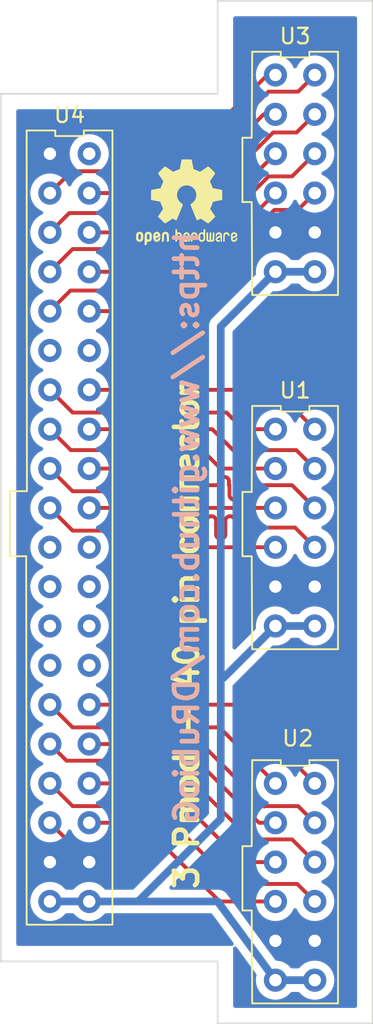
<source format=kicad_pcb>
(kicad_pcb (version 20211014) (generator pcbnew)
  (layers (0 "F.Cu" signal) (31 "B.Cu" power) (34 "B.Paste" user) (35 "F.Paste" user) (36 "B.SilkS" user "B.Silkscreen") (37 "F.SilkS" user "F.Silkscreen") (38 "B.Mask" user) (39 "F.Mask" user) (44 "Edge.Cuts" user))
  (net 0 "")
  (net 1 "/Pmod1_0")
  (net 2 "/Pmod1_2")
  (net 3 "/Pmod1_4")
  (net 4 "/Pmod1_6")
  (net 5 "/Pmod1_7")
  (net 6 "/Pmod1_5")
  (net 7 "/Pmod1_3")
  (net 8 "/Pmod1_1")
  (net 9 "/Pmod2_0")
  (net 10 "/Pmod2_2")
  (net 11 "/Pmod2_4")
  (net 12 "/Pmod2_6")
  (net 13 "/Pmod2_7")
  (net 14 "/Pmod2_5")
  (net 15 "/Pmod2_3")
  (net 16 "/Pmod2_1")
  (net 17 "/Pmod3_0")
  (net 18 "/Pmod3_2")
  (net 19 "GND")
  (net 21 "/Pmod3_4")
  (net 22 "/Pmod3_6")
  (net 23 "/Pmod3_7")
  (net 24 "/Pmod3_5")
  (net 25 "/Pmod3_3")
  (net 26 "/Pmod3_1")
  (net 34 "unconnected-(U4-Pad26)")
  (net 37 "+3V3")
  (footprint "Pmod:DIP-12_100" (layer "F.Cu") (at 130 86 -90)
    (fp_text reference "U1" (at -8.85 0) (layer "F.SilkS"))
    (fp_text value "Pmod_connector" hide)
    (pad "1" thru_hole circle (at -6.35 1.27 270) (size 1.5 1.5) (drill 0.8) (layers *.Cu *.Mask) (net 12 "/Pmod2_6"))
    (pad "2" thru_hole circle (at -3.81 1.27 270) (size 1.5 1.5) (drill 0.8) (layers *.Cu *.Mask) (net 11 "/Pmod2_4"))
    (pad "3" thru_hole circle (at -1.27 1.27 270) (size 1.5 1.5) (drill 0.8) (layers *.Cu *.Mask) (net 10 "/Pmod2_2"))
    (pad "4" thru_hole circle (at 1.27 1.27 270) (size 1.5 1.5) (drill 0.8) (layers *.Cu *.Mask) (net 9 "/Pmod2_0"))
    (pad "5" thru_hole circle (at 3.81 1.27 270) (size 1.5 1.5) (drill 0.8) (layers *.Cu *.Mask) (net 19 "GND"))
    (pad "6" thru_hole circle (at 6.35 1.27 270) (size 1.5 1.5) (drill 0.8) (layers *.Cu *.Mask) (net 37 "+3V3"))
    (pad "7" thru_hole circle (at 6.35 -1.27 270) (size 1.5 1.5) (drill 0.8) (layers *.Cu *.Mask) (net 37 "+3V3"))
    (pad "8" thru_hole circle (at 3.81 -1.27 270) (size 1.5 1.5) (drill 0.8) (layers *.Cu *.Mask) (net 19 "GND"))
    (pad "9" thru_hole circle (at 1.27 -1.27 270) (size 1.5 1.5) (drill 0.8) (layers *.Cu *.Mask) (net 16 "/Pmod2_1"))
    (pad "10" thru_hole circle (at -1.27 -1.27 270) (size 1.5 1.5) (drill 0.8) (layers *.Cu *.Mask) (net 15 "/Pmod2_3"))
    (pad "11" thru_hole circle (at -3.81 -1.27 270) (size 1.5 1.5) (drill 0.8) (layers *.Cu *.Mask) (net 14 "/Pmod2_5"))
    (pad "12" thru_hole circle (at -6.35 -1.27 270) (size 1.5 1.5) (drill 0.8) (layers *.Cu *.Mask) (net 13 "/Pmod2_7"))
  )
  (footprint "Pmod:DIP-12_100" (layer "F.Cu") (at 130 108.86 -90)
    (fp_text reference "U2" (at -9.25 -0.17) (layer "F.SilkS"))
    (fp_text value "Pmod_connector" hide)
    (pad "1" thru_hole circle (at -6.35 1.27 270) (size 1.5 1.5) (drill 0.8) (layers *.Cu *.Mask) (net 22 "/Pmod3_6"))
    (pad "2" thru_hole circle (at -3.81 1.27 270) (size 1.5 1.5) (drill 0.8) (layers *.Cu *.Mask) (net 21 "/Pmod3_4"))
    (pad "3" thru_hole circle (at -1.27 1.27 270) (size 1.5 1.5) (drill 0.8) (layers *.Cu *.Mask) (net 18 "/Pmod3_2"))
    (pad "4" thru_hole circle (at 1.27 1.27 270) (size 1.5 1.5) (drill 0.8) (layers *.Cu *.Mask) (net 17 "/Pmod3_0"))
    (pad "5" thru_hole circle (at 3.81 1.27 270) (size 1.5 1.5) (drill 0.8) (layers *.Cu *.Mask) (net 19 "GND"))
    (pad "6" thru_hole circle (at 6.35 1.27 270) (size 1.5 1.5) (drill 0.8) (layers *.Cu *.Mask) (net 37 "+3V3"))
    (pad "7" thru_hole circle (at 6.35 -1.27 270) (size 1.5 1.5) (drill 0.8) (layers *.Cu *.Mask) (net 37 "+3V3"))
    (pad "8" thru_hole circle (at 3.81 -1.27 270) (size 1.5 1.5) (drill 0.8) (layers *.Cu *.Mask) (net 19 "GND"))
    (pad "9" thru_hole circle (at 1.27 -1.27 270) (size 1.5 1.5) (drill 0.8) (layers *.Cu *.Mask) (net 26 "/Pmod3_1"))
    (pad "10" thru_hole circle (at -1.27 -1.27 270) (size 1.5 1.5) (drill 0.8) (layers *.Cu *.Mask) (net 25 "/Pmod3_3"))
    (pad "11" thru_hole circle (at -3.81 -1.27 270) (size 1.5 1.5) (drill 0.8) (layers *.Cu *.Mask) (net 24 "/Pmod3_5"))
    (pad "12" thru_hole circle (at -6.35 -1.27 270) (size 1.5 1.5) (drill 0.8) (layers *.Cu *.Mask) (net 23 "/Pmod3_7"))
  )
  (footprint "Alinx:DIP-40_100" (layer "F.Cu") (at 115.44 86 -90)
    (fp_text reference "U4" (at -26.63 0) (layer "F.SilkS"))
    (fp_text value "Alinx_J15" hide)
    (pad "1" thru_hole rect (at -24.13 1.27 270) (size 1.5 1.5) (drill 0.8) (layers *.Cu *.Mask) (net 19 "GND"))
    (pad "2" thru_hole circle (at -24.13 -1.27 270) (size 1.5 1.5) (drill 0.8) (layers *.Cu *.Mask))
    (pad "3" thru_hole circle (at -21.59 1.27 270) (size 1.5 1.5) (drill 0.8) (layers *.Cu *.Mask) (net 4 "/Pmod1_6"))
    (pad "4" thru_hole circle (at -21.59 -1.27 270) (size 1.5 1.5) (drill 0.8) (layers *.Cu *.Mask) (net 5 "/Pmod1_7"))
    (pad "5" thru_hole circle (at -19.05 1.27 270) (size 1.5 1.5) (drill 0.8) (layers *.Cu *.Mask) (net 3 "/Pmod1_4"))
    (pad "6" thru_hole circle (at -19.05 -1.27 270) (size 1.5 1.5) (drill 0.8) (layers *.Cu *.Mask) (net 6 "/Pmod1_5"))
    (pad "7" thru_hole circle (at -16.51 1.27 270) (size 1.5 1.5) (drill 0.8) (layers *.Cu *.Mask) (net 2 "/Pmod1_2"))
    (pad "8" thru_hole circle (at -16.51 -1.27 270) (size 1.5 1.5) (drill 0.8) (layers *.Cu *.Mask) (net 7 "/Pmod1_3"))
    (pad "9" thru_hole circle (at -13.97 1.27 270) (size 1.5 1.5) (drill 0.8) (layers *.Cu *.Mask) (net 1 "/Pmod1_0"))
    (pad "10" thru_hole circle (at -13.97 -1.27 270) (size 1.5 1.5) (drill 0.8) (layers *.Cu *.Mask) (net 8 "/Pmod1_1"))
    (pad "11" thru_hole circle (at -11.43 1.27 270) (size 1.5 1.5) (drill 0.8) (layers *.Cu *.Mask))
    (pad "12" thru_hole circle (at -11.43 -1.27 270) (size 1.5 1.5) (drill 0.8) (layers *.Cu *.Mask))
    (pad "13" thru_hole circle (at -8.89 1.27 270) (size 1.5 1.5) (drill 0.8) (layers *.Cu *.Mask) (net 12 "/Pmod2_6"))
    (pad "14" thru_hole circle (at -8.89 -1.27 270) (size 1.5 1.5) (drill 0.8) (layers *.Cu *.Mask) (net 13 "/Pmod2_7"))
    (pad "15" thru_hole circle (at -6.35 1.27 270) (size 1.5 1.5) (drill 0.8) (layers *.Cu *.Mask) (net 11 "/Pmod2_4"))
    (pad "16" thru_hole circle (at -6.35 -1.27 270) (size 1.5 1.5) (drill 0.8) (layers *.Cu *.Mask) (net 14 "/Pmod2_5"))
    (pad "17" thru_hole circle (at -3.81 1.27 270) (size 1.5 1.5) (drill 0.8) (layers *.Cu *.Mask) (net 10 "/Pmod2_2"))
    (pad "18" thru_hole circle (at -3.81 -1.27 270) (size 1.5 1.5) (drill 0.8) (layers *.Cu *.Mask) (net 15 "/Pmod2_3"))
    (pad "19" thru_hole circle (at -1.27 1.27 270) (size 1.5 1.5) (drill 0.8) (layers *.Cu *.Mask) (net 9 "/Pmod2_0"))
    (pad "20" thru_hole circle (at -1.27 -1.27 270) (size 1.5 1.5) (drill 0.8) (layers *.Cu *.Mask) (net 16 "/Pmod2_1"))
    (pad "21" thru_hole circle (at 1.27 1.27 270) (size 1.5 1.5) (drill 0.8) (layers *.Cu *.Mask))
    (pad "22" thru_hole circle (at 1.27 -1.27 270) (size 1.5 1.5) (drill 0.8) (layers *.Cu *.Mask))
    (pad "23" thru_hole circle (at 3.81 1.27 270) (size 1.5 1.5) (drill 0.8) (layers *.Cu *.Mask))
    (pad "24" thru_hole circle (at 3.81 -1.27 270) (size 1.5 1.5) (drill 0.8) (layers *.Cu *.Mask))
    (pad "25" thru_hole circle (at 6.35 1.27 270) (size 1.5 1.5) (drill 0.8) (layers *.Cu *.Mask))
    (pad "26" thru_hole circle (at 6.35 -1.27 270) (size 1.5 1.5) (drill 0.8) (layers *.Cu *.Mask) (net 34 "unconnected-(U4-Pad26)"))
    (pad "27" thru_hole circle (at 8.89 1.27 270) (size 1.5 1.5) (drill 0.8) (layers *.Cu *.Mask))
    (pad "28" thru_hole circle (at 8.89 -1.27 270) (size 1.5 1.5) (drill 0.8) (layers *.Cu *.Mask))
    (pad "29" thru_hole circle (at 11.43 1.27 270) (size 1.5 1.5) (drill 0.8) (layers *.Cu *.Mask) (net 22 "/Pmod3_6"))
    (pad "30" thru_hole circle (at 11.43 -1.27 270) (size 1.5 1.5) (drill 0.8) (layers *.Cu *.Mask) (net 23 "/Pmod3_7"))
    (pad "31" thru_hole circle (at 13.97 1.27 270) (size 1.5 1.5) (drill 0.8) (layers *.Cu *.Mask) (net 21 "/Pmod3_4"))
    (pad "32" thru_hole circle (at 13.97 -1.27 270) (size 1.5 1.5) (drill 0.8) (layers *.Cu *.Mask) (net 24 "/Pmod3_5"))
    (pad "33" thru_hole circle (at 16.51 1.27 270) (size 1.5 1.5) (drill 0.8) (layers *.Cu *.Mask) (net 18 "/Pmod3_2"))
    (pad "34" thru_hole circle (at 16.51 -1.27 270) (size 1.5 1.5) (drill 0.8) (layers *.Cu *.Mask) (net 25 "/Pmod3_3"))
    (pad "35" thru_hole circle (at 19.05 1.27 270) (size 1.5 1.5) (drill 0.8) (layers *.Cu *.Mask) (net 17 "/Pmod3_0"))
    (pad "36" thru_hole circle (at 19.05 -1.27 270) (size 1.5 1.5) (drill 0.8) (layers *.Cu *.Mask) (net 26 "/Pmod3_1"))
    (pad "37" thru_hole circle (at 21.59 1.27 270) (size 1.5 1.5) (drill 0.8) (layers *.Cu *.Mask) (net 19 "GND"))
    (pad "38" thru_hole circle (at 21.59 -1.27 270) (size 1.5 1.5) (drill 0.8) (layers *.Cu *.Mask) (net 19 "GND"))
    (pad "39" thru_hole circle (at 24.13 1.27 270) (size 1.5 1.5) (drill 0.8) (layers *.Cu *.Mask) (net 37 "+3V3"))
    (pad "40" thru_hole circle (at 24.13 -1.27 270) (size 1.5 1.5) (drill 0.8) (layers *.Cu *.Mask) (net 37 "+3V3"))
  )
  (footprint "Pmod:DIP-12_100" (layer "F.Cu") (at 130 63.14 -90)
    (fp_text reference "U3" (at -8.85 0) (layer "F.SilkS"))
    (fp_text value "Pmod_connector")
    (pad "1" thru_hole circle (at -6.35 1.27 270) (size 1.5 1.5) (drill 0.8) (layers *.Cu *.Mask) (net 4 "/Pmod1_6"))
    (pad "2" thru_hole circle (at -3.81 1.27 270) (size 1.5 1.5) (drill 0.8) (layers *.Cu *.Mask) (net 3 "/Pmod1_4"))
    (pad "3" thru_hole circle (at -1.27 1.27 270) (size 1.5 1.5) (drill 0.8) (layers *.Cu *.Mask) (net 2 "/Pmod1_2"))
    (pad "4" thru_hole circle (at 1.27 1.27 270) (size 1.5 1.5) (drill 0.8) (layers *.Cu *.Mask) (net 1 "/Pmod1_0"))
    (pad "5" thru_hole circle (at 3.81 1.27 270) (size 1.5 1.5) (drill 0.8) (layers *.Cu *.Mask) (net 19 "GND"))
    (pad "6" thru_hole circle (at 6.35 1.27 270) (size 1.5 1.5) (drill 0.8) (layers *.Cu *.Mask) (net 37 "+3V3"))
    (pad "7" thru_hole circle (at 6.35 -1.27 270) (size 1.5 1.5) (drill 0.8) (layers *.Cu *.Mask) (net 37 "+3V3"))
    (pad "8" thru_hole circle (at 3.81 -1.27 270) (size 1.5 1.5) (drill 0.8) (layers *.Cu *.Mask) (net 19 "GND"))
    (pad "9" thru_hole circle (at 1.27 -1.27 270) (size 1.5 1.5) (drill 0.8) (layers *.Cu *.Mask) (net 8 "/Pmod1_1"))
    (pad "10" thru_hole circle (at -1.27 -1.27 270) (size 1.5 1.5) (drill 0.8) (layers *.Cu *.Mask) (net 7 "/Pmod1_3"))
    (pad "11" thru_hole circle (at -3.81 -1.27 270) (size 1.5 1.5) (drill 0.8) (layers *.Cu *.Mask) (net 6 "/Pmod1_5"))
    (pad "12" thru_hole circle (at -6.35 -1.27 270) (size 1.5 1.5) (drill 0.8) (layers *.Cu *.Mask) (net 5 "/Pmod1_7"))
  )
  (footprint "Symbol:OSHW-Logo2_7.3x6mm_SilkScreen" (layer "F.Cu") (at 123 65)
    (fp_text reference "REF**" hide)
    (fp_text value "OSHW-Logo2_7.3x6mm_SilkScreen" hide)
  )
  (gr_line (start 135 52) (end 135 118) (layer "Edge.Cuts") (width 0.1))
  (gr_line (start 125 114) (end 111 114) (layer "Edge.Cuts") (width 0.1))
  (gr_line (start 111 114) (end 111 58) (layer "Edge.Cuts") (width 0.1))
  (gr_line (start 135 118) (end 125 118) (layer "Edge.Cuts") (width 0.1))
  (gr_line (start 125 52) (end 135 52) (layer "Edge.Cuts") (width 0.1))
  (gr_line (start 111 58) (end 125 58) (layer "Edge.Cuts") (width 0.1))
  (gr_line (start 125 58) (end 125 52) (layer "Edge.Cuts") (width 0.1))
  (gr_line (start 125 118) (end 125 114) (layer "Edge.Cuts") (width 0.1))
  (gr_text "https://www.github.com/DRubioG" (at 123 86 90) (layer "B.SilkS") (effects (font (size 1.5 1.5) (thickness 0.3)) (justify mirror)))
  (gr_text "3 Pmod - 40 pin connector\n" (at 123 93 90) (layer "F.SilkS") (effects (font (size 1.5 1.5) (thickness 0.3))))
  (segment (start 120.8 70.982034) (end 120.8 70.982033) (width 0.25) (layer "F.Cu") (net 1))
  (segment (start 115.5 70.7) (end 119.3 70.7) (width 0.25) (layer "F.Cu") (net 1))
  (segment (start 122.44 70.7) (end 128.73 64.41) (width 0.25) (layer "F.Cu") (net 1))
  (segment (start 120.2 70.7) (end 120.2 70.982034) (width 0.25) (layer "F.Cu") (net 1))
  (segment (start 119.764066 70.235933) (end 119.9 70.235933) (width 0.25) (layer "F.Cu") (net 1))
  (segment (start 120.132033 70.7) (end 120.2 70.7) (width 0.25) (layer "F.Cu") (net 1))
  (segment (start 121.082033 70.7) (end 122.35 70.7) (width 0.25) (layer "F.Cu") (net 1))
  (segment (start 122.35 70.7) (end 122.44 70.7) (width 0.25) (layer "F.Cu") (net 1))
  (segment (start 120.482033 71.264067) (end 120.517967 71.264067) (width 0.25) (layer "F.Cu") (net 1))
  (segment (start 119.532033 70.467967) (end 119.532033 70.467966) (width 0.25) (layer "F.Cu") (net 1))
  (segment (start 114.17 72.03) (end 115.5 70.7) (width 0.25) (layer "F.Cu") (net 1))
  (segment (start 120.132033 70.467966) (end 120.132033 70.467967) (width 0.25) (layer "F.Cu") (net 1))
  (segment (start 120.132033 70.467967) (end 120.132033 70.7) (width 0.25) (layer "F.Cu") (net 1))
  (arc (start 120.2 70.982034) (mid 120.282606 71.181461) (end 120.482033 71.264067) (width 0.25) (layer "F.Cu") (net 1))
  (arc (start 119.9 70.235933) (mid 120.064072 70.303894) (end 120.132033 70.467966) (width 0.25) (layer "F.Cu") (net 1))
  (arc (start 119.3 70.7) (mid 119.464072 70.632039) (end 119.532033 70.467967) (width 0.25) (layer "F.Cu") (net 1))
  (arc (start 120.8 70.982033) (mid 120.882606 70.782606) (end 121.082033 70.7) (width 0.25) (layer "F.Cu") (net 1))
  (arc (start 119.532033 70.467966) (mid 119.599994 70.303894) (end 119.764066 70.235933) (width 0.25) (layer "F.Cu") (net 1))
  (arc (start 120.517967 71.264067) (mid 120.717394 71.181461) (end 120.8 70.982034) (width 0.25) (layer "F.Cu") (net 1))
  (segment (start 121.224511 68.024511) (end 122.575489 68.024511) (width 0.25) (layer "F.Cu") (net 2))
  (segment (start 115.635489 68.024511) (end 120.024511 68.024511) (width 0.25) (layer "F.Cu") (net 2))
  (segment (start 120.324511 68.324511) (end 120.324511 68.623899) (width 0.25) (layer "F.Cu") (net 2))
  (segment (start 120.924511 68.623899) (end 120.924511 68.324511) (width 0.25) (layer "F.Cu") (net 2))
  (segment (start 114.17 69.49) (end 115.635489 68.024511) (width 0.25) (layer "F.Cu") (net 2))
  (segment (start 122.575489 68.024511) (end 128.73 61.87) (width 0.25) (layer "F.Cu") (net 2))
  (arc (start 120.624511 68.923899) (mid 120.836643 68.836031) (end 120.924511 68.623899) (width 0.25) (layer "F.Cu") (net 2))
  (arc (start 120.024511 68.024511) (mid 120.236643 68.112379) (end 120.324511 68.324511) (width 0.25) (layer "F.Cu") (net 2))
  (arc (start 120.324511 68.623899) (mid 120.412379 68.836031) (end 120.624511 68.923899) (width 0.25) (layer "F.Cu") (net 2))
  (arc (start 120.924511 68.324511) (mid 121.012379 68.112379) (end 121.224511 68.024511) (width 0.25) (layer "F.Cu") (net 2))
  (segment (start 127.97 59.33) (end 128.73 59.33) (width 0.25) (layer "F.Cu") (net 3))
  (segment (start 124.622695 62.501373) (end 124.622697 62.501372) (width 0.25) (layer "F.Cu") (net 3))
  (segment (start 121.6 65.7) (end 123.65 63.65) (width 0.25) (layer "F.Cu") (net 3))
  (segment (start 124.568395 63.295602) (end 124.198431 62.925637) (width 0.25) (layer "F.Cu") (net 3))
  (segment (start 124.198432 62.749703) (end 124.446763 62.501373) (width 0.25) (layer "F.Cu") (net 3))
  (segment (start 124.074264 63.65) (end 124.144131 63.719867) (width 0.25) (layer "F.Cu") (net 3))
  (segment (start 124.79863 62.501374) (end 127.97 59.33) (width 0.25) (layer "F.Cu") (net 3))
  (segment (start 124.79863 62.501373) (end 124.79863 62.501374) (width 0.25) (layer "F.Cu") (net 3))
  (segment (start 124.19843 62.749704) (end 124.198432 62.749703) (width 0.25) (layer "F.Cu") (net 3))
  (segment (start 124.622697 62.501372) (end 124.622698 62.501373) (width 0.25) (layer "F.Cu") (net 3))
  (segment (start 114.17 66.95) (end 115.42 65.7) (width 0.25) (layer "F.Cu") (net 3))
  (segment (start 115.42 65.7) (end 121.6 65.7) (width 0.25) (layer "F.Cu") (net 3))
  (segment (start 124.568395 63.295601) (end 124.568395 63.295602) (width 0.25) (layer "F.Cu") (net 3))
  (arc (start 124.144131 63.719867) (mid 124.356263 63.807735) (end 124.568395 63.719867) (width 0.25) (layer "F.Cu") (net 3))
  (arc (start 124.446763 62.501373) (mid 124.53473 62.464935) (end 124.622695 62.501373) (width 0.25) (layer "F.Cu") (net 3))
  (arc (start 124.198431 62.925637) (mid 124.161995 62.83767) (end 124.19843 62.749704) (width 0.25) (layer "F.Cu") (net 3))
  (arc (start 124.568395 63.719867) (mid 124.656263 63.507734) (end 124.568395 63.295601) (width 0.25) (layer "F.Cu") (net 3))
  (arc (start 124.622698 62.501373) (mid 124.710663 62.537811) (end 124.79863 62.501373) (width 0.25) (layer "F.Cu") (net 3))
  (arc (start 123.65 63.65) (mid 123.862132 63.562132) (end 124.074264 63.65) (width 0.25) (layer "F.Cu") (net 3))
  (segment (start 128.21 56.79) (end 128.73 56.79) (width 0.25) (layer "F.Cu") (net 4))
  (segment (start 122 63) (end 128.21 56.79) (width 0.25) (layer "F.Cu") (net 4))
  (segment (start 120.9 62.37291) (end 120.9 62.7) (width 0.25) (layer "F.Cu") (net 4))
  (segment (start 120.3 62.7) (end 120.3 62.37291) (width 0.25) (layer "F.Cu") (net 4))
  (segment (start 114.17 64.41) (end 115.58 63) (width 0.25) (layer "F.Cu") (net 4))
  (segment (start 121.2 63) (end 122 63) (width 0.25) (layer "F.Cu") (net 4))
  (segment (start 115.58 63) (end 120 63) (width 0.25) (layer "F.Cu") (net 4))
  (arc (start 120 63) (mid 120.212132 62.912132) (end 120.3 62.7) (width 0.25) (layer "F.Cu") (net 4))
  (arc (start 120.6 62.07291) (mid 120.812132 62.160778) (end 120.9 62.37291) (width 0.25) (layer "F.Cu") (net 4))
  (arc (start 120.9 62.7) (mid 120.987868 62.912132) (end 121.2 63) (width 0.25) (layer "F.Cu") (net 4))
  (arc (start 120.3 62.37291) (mid 120.387868 62.160778) (end 120.6 62.07291) (width 0.25) (layer "F.Cu") (net 4))
  (segment (start 121.739433 64.41) (end 128.284922 57.864511) (width 0.25) (layer "F.Cu") (net 5))
  (segment (start 121.31 63.810629) (end 121.31 64.11) (width 0.25) (layer "F.Cu") (net 5))
  (segment (start 128.284922 57.864511) (end 130.195489 57.864511) (width 0.25) (layer "F.Cu") (net 5))
  (segment (start 116.71 64.41) (end 120.41 64.41) (width 0.25) (layer "F.Cu") (net 5))
  (segment (start 121.61 64.41) (end 121.66 64.41) (width 0.25) (layer "F.Cu") (net 5))
  (segment (start 120.71 64.11) (end 120.71 63.810629) (width 0.25) (layer "F.Cu") (net 5))
  (segment (start 130.195489 57.864511) (end 131.27 56.79) (width 0.25) (layer "F.Cu") (net 5))
  (segment (start 121.66 64.41) (end 121.739433 64.41) (width 0.25) (layer "F.Cu") (net 5))
  (arc (start 120.71 63.810629) (mid 120.797868 63.598497) (end 121.01 63.510629) (width 0.25) (layer "F.Cu") (net 5))
  (arc (start 121.31 64.11) (mid 121.397868 64.322132) (end 121.61 64.41) (width 0.25) (layer "F.Cu") (net 5))
  (arc (start 121.01 63.510629) (mid 121.222132 63.598497) (end 121.31 63.810629) (width 0.25) (layer "F.Cu") (net 5))
  (arc (start 120.41 64.41) (mid 120.622132 64.322132) (end 120.71 64.11) (width 0.25) (layer "F.Cu") (net 5))
  (segment (start 122.423203 66.95) (end 122.423204 66.95) (width 0.25) (layer "F.Cu") (net 6))
  (segment (start 123.403207 65.677207) (end 126.359555 62.720856) (width 0.25) (layer "F.Cu") (net 6))
  (segment (start 122.715997 66.949999) (end 122.715997 66.95) (width 0.25) (layer "F.Cu") (net 6))
  (segment (start 122.766808 66.313603) (end 122.544726 66.091521) (width 0.25) (layer "F.Cu") (net 6))
  (segment (start 122.968992 65.667256) (end 122.978943 65.677207) (width 0.25) (layer "F.Cu") (net 6))
  (segment (start 128.580411 60.5) (end 130.1 60.5) (width 0.25) (layer "F.Cu") (net 6))
  (segment (start 122.968992 65.667257) (end 122.968992 65.667256) (width 0.25) (layer "F.Cu") (net 6))
  (segment (start 122.715997 66.95) (end 122.847467 66.818529) (width 0.25) (layer "F.Cu") (net 6))
  (segment (start 130.1 60.5) (end 131.27 59.33) (width 0.25) (layer "F.Cu") (net 6))
  (segment (start 122.70107 66.379338) (end 122.766808 66.313603) (width 0.25) (layer "F.Cu") (net 6))
  (segment (start 116.71 66.95) (end 122.130411 66.95) (width 0.25) (layer "F.Cu") (net 6))
  (segment (start 126.359555 62.720856) (end 128.580411 60.5) (width 0.25) (layer "F.Cu") (net 6))
  (segment (start 122.847468 66.525736) (end 122.847467 66.525735) (width 0.25) (layer "F.Cu") (net 6))
  (segment (start 122.847467 66.525735) (end 122.70107 66.379338) (width 0.25) (layer "F.Cu") (net 6))
  (arc (start 122.847467 66.818529) (mid 122.908107 66.672133) (end 122.847468 66.525736) (width 0.25) (layer "F.Cu") (net 6))
  (arc (start 122.978943 65.677207) (mid 123.191075 65.765075) (end 123.403207 65.677207) (width 0.25) (layer "F.Cu") (net 6))
  (arc (start 122.544726 66.091521) (mid 122.456858 65.879389) (end 122.544726 65.667257) (width 0.25) (layer "F.Cu") (net 6))
  (arc (start 122.423204 66.95) (mid 122.569601 67.010639) (end 122.715997 66.949999) (width 0.25) (layer "F.Cu") (net 6))
  (arc (start 122.544726 65.667257) (mid 122.75686 65.579388) (end 122.968992 65.667257) (width 0.25) (layer "F.Cu") (net 6))
  (arc (start 122.130411 66.95) (mid 122.276807 66.889361) (end 122.423203 66.95) (width 0.25) (layer "F.Cu") (net 6))
  (segment (start 116.71 69.49) (end 120.49 69.49) (width 0.25) (layer "F.Cu") (net 7))
  (segment (start 122.130411 69.49) (end 128.284922 63.335489) (width 0.25) (layer "F.Cu") (net 7))
  (segment (start 121.39 69.94) (end 121.39 69.79) (width 0.25) (layer "F.Cu") (net 7))
  (segment (start 121.69 69.49) (end 121.74 69.49) (width 0.25) (layer "F.Cu") (net 7))
  (segment (start 121.74 69.49) (end 122.130411 69.49) (width 0.25) (layer "F.Cu") (net 7))
  (segment (start 128.284922 63.335489) (end 129.804511 63.335489) (width 0.25) (layer "F.Cu") (net 7))
  (segment (start 120.79 69.79) (end 120.79 69.94) (width 0.25) (layer "F.Cu") (net 7))
  (segment (start 129.804511 63.335489) (end 131.27 61.87) (width 0.25) (layer "F.Cu") (net 7))
  (arc (start 121.09 70.24) (mid 121.302132 70.152132) (end 121.39 69.94) (width 0.25) (layer "F.Cu") (net 7))
  (arc (start 121.39 69.79) (mid 121.477868 69.577868) (end 121.69 69.49) (width 0.25) (layer "F.Cu") (net 7))
  (arc (start 120.79 69.94) (mid 120.877868 70.152132) (end 121.09 70.24) (width 0.25) (layer "F.Cu") (net 7))
  (arc (start 120.49 69.49) (mid 120.702132 69.577868) (end 120.79 69.79) (width 0.25) (layer "F.Cu") (net 7))
  (segment (start 120.72 72.03) (end 120.72 72.545781) (width 0.25) (layer "F.Cu") (net 8))
  (segment (start 116.71 72.03) (end 119.97 72.03) (width 0.25) (layer "F.Cu") (net 8))
  (segment (start 130.18 65.5) (end 131.27 64.41) (width 0.25) (layer "F.Cu") (net 8))
  (segment (start 120.62789 72.03) (end 120.72 72.03) (width 0.25) (layer "F.Cu") (net 8))
  (segment (start 120.08578 71.914219) (end 120.57 71.914219) (width 0.25) (layer "F.Cu") (net 8))
  (segment (start 120.62789 71.97211) (end 120.62789 72.03) (width 0.25) (layer "F.Cu") (net 8))
  (segment (start 122.130411 72.03) (end 128.660411 65.5) (width 0.25) (layer "F.Cu") (net 8))
  (segment (start 120.62789 71.972109) (end 120.62789 71.97211) (width 0.25) (layer "F.Cu") (net 8))
  (segment (start 121.32 72.545781) (end 121.32 72.33) (width 0.25) (layer "F.Cu") (net 8))
  (segment (start 121.62 72.03) (end 122.130411 72.03) (width 0.25) (layer "F.Cu") (net 8))
  (segment (start 120.02789 71.97211) (end 120.02789 71.972109) (width 0.25) (layer "F.Cu") (net 8))
  (segment (start 128.660411 65.5) (end 130.18 65.5) (width 0.25) (layer "F.Cu") (net 8))
  (arc (start 120.72 72.545781) (mid 120.807868 72.757913) (end 121.02 72.845781) (width 0.25) (layer "F.Cu") (net 8))
  (arc (start 120.57 71.914219) (mid 120.610934 71.931175) (end 120.62789 71.972109) (width 0.25) (layer "F.Cu") (net 8))
  (arc (start 121.32 72.33) (mid 121.407868 72.117868) (end 121.62 72.03) (width 0.25) (layer "F.Cu") (net 8))
  (arc (start 119.97 72.03) (mid 120.010934 72.013044) (end 120.02789 71.97211) (width 0.25) (layer "F.Cu") (net 8))
  (arc (start 120.02789 71.972109) (mid 120.044846 71.931175) (end 120.08578 71.914219) (width 0.25) (layer "F.Cu") (net 8))
  (arc (start 121.02 72.845781) (mid 121.232132 72.757913) (end 121.32 72.545781) (width 0.25) (layer "F.Cu") (net 8))
  (segment (start 120.695489 86.895489) (end 120.695489 86.495489) (width 0.25) (layer "F.Cu") (net 9))
  (segment (start 120.095489 85.495489) (end 120.095489 85.895489) (width 0.25) (layer "F.Cu") (net 9))
  (segment (start 115.635489 86.195489) (end 119.195489 86.195489) (width 0.25) (layer "F.Cu") (net 9))
  (segment (start 114.17 84.73) (end 115.635489 86.195489) (width 0.25) (layer "F.Cu") (net 9))
  (segment (start 120.995489 86.195489) (end 121.195489 86.195489) (width 0.25) (layer "F.Cu") (net 9))
  (segment (start 122.27 87.27) (end 128.73 87.27) (width 0.25) (layer "F.Cu") (net 9))
  (segment (start 120.095489 85.895489) (end 120.095489 86.895489) (width 0.25) (layer "F.Cu") (net 9))
  (segment (start 119.495489 85.895489) (end 119.495489 85.495489) (width 0.25) (layer "F.Cu") (net 9))
  (segment (start 121.195489 86.195489) (end 122.27 87.27) (width 0.25) (layer "F.Cu") (net 9))
  (arc (start 120.695489 86.495489) (mid 120.783357 86.283357) (end 120.995489 86.195489) (width 0.25) (layer "F.Cu") (net 9))
  (arc (start 120.095489 86.895489) (mid 120.183357 87.107621) (end 120.395489 87.195489) (width 0.25) (layer "F.Cu") (net 9))
  (arc (start 119.495489 85.495489) (mid 119.583357 85.283357) (end 119.795489 85.195489) (width 0.25) (layer "F.Cu") (net 9))
  (arc (start 119.8 85.2) (mid 120.012132 85.287868) (end 120.1 85.5) (width 0.25) (layer "F.Cu") (net 9))
  (arc (start 119.195489 86.195489) (mid 119.407621 86.107621) (end 119.495489 85.895489) (width 0.25) (layer "F.Cu") (net 9))
  (arc (start 120.395489 87.195489) (mid 120.607621 87.107621) (end 120.695489 86.895489) (width 0.25) (layer "F.Cu") (net 9))
  (segment (start 115.635489 83.655489) (end 119.655489 83.655489) (width 0.25) (layer "F.Cu") (net 10))
  (segment (start 114.17 82.19) (end 115.635489 83.655489) (width 0.25) (layer "F.Cu") (net 10))
  (segment (start 120.790316 84.125143) (end 120.920662 84.125143) (width 0.25) (layer "F.Cu") (net 10))
  (segment (start 122.655489 83.655489) (end 123.73 84.73) (width 0.25) (layer "F.Cu") (net 10))
  (segment (start 121.155489 83.655489) (end 121.155489 83.085835) (width 0.25) (layer "F.Cu") (net 10))
  (segment (start 120.555489 83.085835) (end 120.555489 83.355489) (width 0.25) (layer "F.Cu") (net 10))
  (segment (start 123.73 84.73) (end 128.73 84.73) (width 0.25) (layer "F.Cu") (net 10))
  (segment (start 122.055489 83.655489) (end 122.655489 83.655489) (width 0.25) (layer "F.Cu") (net 10))
  (segment (start 120.555489 83.355489) (end 120.555489 83.890316) (width 0.25) (layer "F.Cu") (net 10))
  (segment (start 121.155489 83.890316) (end 121.155489 83.655489) (width 0.25) (layer "F.Cu") (net 10))
  (segment (start 121.755489 83.085835) (end 121.755489 83.355489) (width 0.25) (layer "F.Cu") (net 10))
  (segment (start 119.955489 83.355489) (end 119.955489 83.085835) (width 0.25) (layer "F.Cu") (net 10))
  (arc (start 119.655489 83.655489) (mid 119.867621 83.567621) (end 119.955489 83.355489) (width 0.25) (layer "F.Cu") (net 10))
  (arc (start 121.155489 83.085835) (mid 121.243357 82.873703) (end 121.455489 82.785835) (width 0.25) (layer "F.Cu") (net 10))
  (arc (start 120.920662 84.125143) (mid 121.08671 84.056364) (end 121.155489 83.890316) (width 0.25) (layer "F.Cu") (net 10))
  (arc (start 121.755489 83.355489) (mid 121.843357 83.567621) (end 122.055489 83.655489) (width 0.25) (layer "F.Cu") (net 10))
  (arc (start 120.555489 83.890316) (mid 120.624268 84.056364) (end 120.790316 84.125143) (width 0.25) (layer "F.Cu") (net 10))
  (arc (start 121.455489 82.785835) (mid 121.667621 82.873703) (end 121.755489 83.085835) (width 0.25) (layer "F.Cu") (net 10))
  (arc (start 119.955489 83.085835) (mid 120.043357 82.873703) (end 120.255489 82.785835) (width 0.25) (layer "F.Cu") (net 10))
  (arc (start 120.255489 82.785835) (mid 120.467621 82.873703) (end 120.555489 83.085835) (width 0.25) (layer "F.Cu") (net 10))
  (segment (start 115.52 81) (end 120 81) (width 0.25) (layer "F.Cu") (net 11))
  (segment (start 114.17 79.65) (end 115.52 81) (width 0.25) (layer "F.Cu") (net 11))
  (segment (start 122.4 81) (end 123.65 81) (width 0.25) (layer "F.Cu") (net 11))
  (segment (start 120.9 81.369666) (end 120.9 81.3) (width 0.25) (layer "F.Cu") (net 11))
  (segment (start 123.65 81) (end 124 81) (width 0.25) (layer "F.Cu") (net 11))
  (segment (start 122.1 81.369666) (end 122.1 81.3) (width 0.25) (layer "F.Cu") (net 11))
  (segment (start 120.9 81.3) (end 120.9 80.430334) (width 0.25) (layer "F.Cu") (net 11))
  (segment (start 121.5 81) (end 121.5 81.369666) (width 0.25) (layer "F.Cu") (net 11))
  (segment (start 121.5 80.430334) (end 121.5 81) (width 0.25) (layer "F.Cu") (net 11))
  (segment (start 120.3 81.3) (end 120.3 81.369666) (width 0.25) (layer "F.Cu") (net 11))
  (segment (start 124 81) (end 125.19 82.19) (width 0.25) (layer "F.Cu") (net 11))
  (segment (start 125.19 82.19) (end 128.73 82.19) (width 0.25) (layer "F.Cu") (net 11))
  (arc (start 121.8 81.669666) (mid 122.012132 81.581798) (end 122.1 81.369666) (width 0.25) (layer "F.Cu") (net 11))
  (arc (start 120.9 80.430334) (mid 120.987868 80.218202) (end 121.2 80.130334) (width 0.25) (layer "F.Cu") (net 11))
  (arc (start 120.3 81.369666) (mid 120.387868 81.581798) (end 120.6 81.669666) (width 0.25) (layer "F.Cu") (net 11))
  (arc (start 121.2 80.130334) (mid 121.412132 80.218202) (end 121.5 80.430334) (width 0.25) (layer "F.Cu") (net 11))
  (arc (start 122.1 81.3) (mid 122.187868 81.087868) (end 122.4 81) (width 0.25) (layer "F.Cu") (net 11))
  (arc (start 121.5 81.369666) (mid 121.587868 81.581798) (end 121.8 81.669666) (width 0.25) (layer "F.Cu") (net 11))
  (arc (start 120.6 81.669666) (mid 120.812132 81.581798) (end 120.9 81.369666) (width 0.25) (layer "F.Cu") (net 11))
  (arc (start 120 81) (mid 120.212132 81.087868) (end 120.3 81.3) (width 0.25) (layer "F.Cu") (net 11))
  (segment (start 121.461406 78.861406) (end 121.461406 78.575489) (width 0.25) (layer "F.Cu") (net 12))
  (segment (start 122.836406 78.253655) (end 123.114572 78.253655) (width 0.25) (layer "F.Cu") (net 12))
  (segment (start 122.361406 79.147323) (end 122.389572 79.147323) (width 0.25) (layer "F.Cu") (net 12))
  (segment (start 115.635489 78.575489) (end 120.575489 78.575489) (width 0.25) (layer "F.Cu") (net 12))
  (segment (start 124.161406 78.575489) (end 125.575489 78.575489) (width 0.25) (layer "F.Cu") (net 12))
  (segment (start 121.461406 78.575489) (end 121.475489 78.575489) (width 0.25) (layer "F.Cu") (net 12))
  (segment (start 123.275489 78.414572) (end 123.275489 78.575489) (width 0.25) (layer "F.Cu") (net 12))
  (segment (start 122.075489 78.575489) (end 122.075489 78.861406) (width 0.25) (layer "F.Cu") (net 12))
  (segment (start 126.65 79.65) (end 128.73 79.65) (width 0.25) (layer "F.Cu") (net 12))
  (segment (start 122.675489 78.575489) (end 122.675489 78.414572) (width 0.25) (layer "F.Cu") (net 12))
  (segment (start 114.17 77.11) (end 115.635489 78.575489) (width 0.25) (layer "F.Cu") (net 12))
  (segment (start 121.475489 78.575489) (end 121.475489 78.414572) (width 0.25) (layer "F.Cu") (net 12))
  (segment (start 121.147323 79.147323) (end 121.175489 79.147323) (width 0.25) (layer "F.Cu") (net 12))
  (segment (start 122.675489 78.861406) (end 122.675489 78.575489) (width 0.25) (layer "F.Cu") (net 12))
  (segment (start 123.561406 79.147323) (end 123.589572 79.147323) (width 0.25) (layer "F.Cu") (net 12))
  (segment (start 121.636406 78.253655) (end 121.914572 78.253655) (width 0.25) (layer "F.Cu") (net 12))
  (segment (start 125.575489 78.575489) (end 126.65 79.65) (width 0.25) (layer "F.Cu") (net 12))
  (segment (start 123.275489 78.575489) (end 123.275489 78.861406) (width 0.25) (layer "F.Cu") (net 12))
  (segment (start 122.075489 78.414572) (end 122.075489 78.575489) (width 0.25) (layer "F.Cu") (net 12))
  (arc (start 120.861406 78.861406) (mid 120.945149 79.06358) (end 121.147323 79.147323) (width 0.25) (layer "F.Cu") (net 12))
  (arc (start 123.589572 79.147323) (mid 123.791746 79.06358) (end 123.875489 78.861406) (width 0.25) (layer "F.Cu") (net 12))
  (arc (start 123.114572 78.253655) (mid 123.228358 78.300786) (end 123.275489 78.414572) (width 0.25) (layer "F.Cu") (net 12))
  (arc (start 121.175489 79.147323) (mid 121.377663 79.06358) (end 121.461406 78.861406) (width 0.25) (layer "F.Cu") (net 12))
  (arc (start 122.675489 78.414572) (mid 122.72262 78.300786) (end 122.836406 78.253655) (width 0.25) (layer "F.Cu") (net 12))
  (arc (start 122.075489 78.861406) (mid 122.159232 79.06358) (end 122.361406 79.147323) (width 0.25) (layer "F.Cu") (net 12))
  (arc (start 123.875489 78.861406) (mid 123.959232 78.659232) (end 124.161406 78.575489) (width 0.25) (layer "F.Cu") (net 12))
  (arc (start 120.575489 78.575489) (mid 120.777663 78.659232) (end 120.861406 78.861406) (width 0.25) (layer "F.Cu") (net 12))
  (arc (start 122.389572 79.147323) (mid 122.591746 79.06358) (end 122.675489 78.861406) (width 0.25) (layer "F.Cu") (net 12))
  (arc (start 121.914572 78.253655) (mid 122.028358 78.300786) (end 122.075489 78.414572) (width 0.25) (layer "F.Cu") (net 12))
  (arc (start 121.475489 78.414572) (mid 121.52262 78.300786) (end 121.636406 78.253655) (width 0.25) (layer "F.Cu") (net 12))
  (arc (start 123.275489 78.861406) (mid 123.359232 79.06358) (end 123.561406 79.147323) (width 0.25) (layer "F.Cu") (net 12))
  (segment (start 122.01 77.546333) (end 122.01 77.41) (width 0.25) (layer "F.Cu") (net 13))
  (segment (start 123.51 77.11) (end 125.187831 77.11) (width 0.25) (layer "F.Cu") (net 13))
  (segment (start 122.01 77.41) (end 122.01 76.673667) (width 0.25) (layer "F.Cu") (net 13))
  (segment (start 122.61 76.673667) (end 122.61 77.11) (width 0.25) (layer "F.Cu") (net 13))
  (segment (start 121.41 77.41) (end 121.41 77.546333) (width 0.25) (layer "F.Cu") (net 13))
  (segment (start 122.61 77.11) (end 122.61 77.546333) (width 0.25) (layer "F.Cu") (net 13))
  (segment (start 123.21 77.546333) (end 123.21 77.41) (width 0.25) (layer "F.Cu") (net 13))
  (segment (start 125.187831 77.11) (end 127.11 77.11) (width 0.25) (layer "F.Cu") (net 13))
  (segment (start 127.11 77.11) (end 128 78) (width 0.25) (layer "F.Cu") (net 13))
  (segment (start 116.71 77.11) (end 121.11 77.11) (width 0.25) (layer "F.Cu") (net 13))
  (segment (start 129.62 78) (end 131.27 79.65) (width 0.25) (layer "F.Cu") (net 13))
  (segment (start 128 78) (end 129.62 78) (width 0.25) (layer "F.Cu") (net 13))
  (arc (start 121.11 77.11) (mid 121.322132 77.197868) (end 121.41 77.41) (width 0.25) (layer "F.Cu") (net 13))
  (arc (start 122.31 76.373667) (mid 122.522132 76.461535) (end 122.61 76.673667) (width 0.25) (layer "F.Cu") (net 13))
  (arc (start 122.61 77.546333) (mid 122.697868 77.758465) (end 122.91 77.846333) (width 0.25) (layer "F.Cu") (net 13))
  (arc (start 121.41 77.546333) (mid 121.497868 77.758465) (end 121.71 77.846333) (width 0.25) (layer "F.Cu") (net 13))
  (arc (start 121.71 77.846333) (mid 121.922132 77.758465) (end 122.01 77.546333) (width 0.25) (layer "F.Cu") (net 13))
  (arc (start 122.01 76.673667) (mid 122.097868 76.461535) (end 122.31 76.373667) (width 0.25) (layer "F.Cu") (net 13))
  (arc (start 122.91 77.846333) (mid 123.122132 77.758465) (end 123.21 77.546333) (width 0.25) (layer "F.Cu") (net 13))
  (arc (start 123.21 77.41) (mid 123.297868 77.197868) (end 123.51 77.11) (width 0.25) (layer "F.Cu") (net 13))
  (segment (start 124.05 79.65) (end 124.1 79.65) (width 0.25) (layer "F.Cu") (net 14))
  (segment (start 121.95 79.95) (end 121.95 80.25) (width 0.25) (layer "F.Cu") (net 14))
  (segment (start 122.55 80.25) (end 122.55 79.95) (width 0.25) (layer "F.Cu") (net 14))
  (segment (start 124.65 79.65) (end 126 81) (width 0.25) (layer "F.Cu") (net 14))
  (segment (start 123.75 80.25) (end 123.75 79.95) (width 0.25) (layer "F.Cu") (net 14))
  (segment (start 124.1 79.65) (end 124.65 79.65) (width 0.25) (layer "F.Cu") (net 14))
  (segment (start 123.15 79.95) (end 123.15 80.25) (width 0.25) (layer "F.Cu") (net 14))
  (segment (start 126 81) (end 130.08 81) (width 0.25) (layer "F.Cu") (net 14))
  (segment (start 116.71 79.65) (end 121.65 79.65) (width 0.25) (layer "F.Cu") (net 14))
  (segment (start 130.08 81) (end 131.27 82.19) (width 0.25) (layer "F.Cu") (net 14))
  (arc (start 122.55 79.95) (mid 122.637868 79.737868) (end 122.85 79.65) (width 0.25) (layer "F.Cu") (net 14))
  (arc (start 123.45 80.55) (mid 123.662132 80.462132) (end 123.75 80.25) (width 0.25) (layer "F.Cu") (net 14))
  (arc (start 121.65 79.65) (mid 121.862132 79.737868) (end 121.95 79.95) (width 0.25) (layer "F.Cu") (net 14))
  (arc (start 121.95 80.25) (mid 122.037868 80.462132) (end 122.25 80.55) (width 0.25) (layer "F.Cu") (net 14))
  (arc (start 122.25 80.55) (mid 122.462132 80.462132) (end 122.55 80.25) (width 0.25) (layer "F.Cu") (net 14))
  (arc (start 123.15 80.25) (mid 123.237868 80.462132) (end 123.45 80.55) (width 0.25) (layer "F.Cu") (net 14))
  (arc (start 123.75 79.95) (mid 123.837868 79.737868) (end 124.05 79.65) (width 0.25) (layer "F.Cu") (net 14))
  (arc (start 122.85 79.65) (mid 123.062132 79.737868) (end 123.15 79.95) (width 0.25) (layer "F.Cu") (net 14))
  (segment (start 125.729146 82.999876) (end 125.729146 83.264511) (width 0.25) (layer "F.Cu") (net 15))
  (segment (start 124.236003 82.41679) (end 124.038527 82.614263) (width 0.25) (layer "F.Cu") (net 15))
  (segment (start 123.614265 82.189999) (end 123.614264 82.19) (width 0.25) (layer "F.Cu") (net 15))
  (segment (start 125.729146 83.264511) (end 125.764511 83.264511) (width 0.25) (layer "F.Cu") (net 15))
  (segment (start 124.236002 82.416791) (end 124.236003 82.41679) (width 0.25) (layer "F.Cu") (net 15))
  (segment (start 125.393781 82.73524) (end 125.464511 82.73524) (width 0.25) (layer "F.Cu") (net 15))
  (segment (start 125.729146 82.999875) (end 125.729146 82.999876) (width 0.25) (layer "F.Cu") (net 15))
  (segment (start 129.804511 83.264511) (end 131.27 84.73) (width 0.25) (layer "F.Cu") (net 15))
  (segment (start 126.364511 83.893782) (end 126.364511 83.564511) (width 0.25) (layer "F.Cu") (net 15))
  (segment (start 125.129146 82.999876) (end 125.129146 82.999875) (width 0.25) (layer "F.Cu") (net 15))
  (segment (start 123.614264 82.19) (end 123.811739 81.992526) (width 0.25) (layer "F.Cu") (net 15))
  (segment (start 126.664511 83.264511) (end 129.59486 83.264511) (width 0.25) (layer "F.Cu") (net 15))
  (segment (start 116.71 82.19) (end 123.19 82.19) (width 0.25) (layer "F.Cu") (net 15))
  (segment (start 124.038527 83.038527) (end 124.038528 83.038528) (width 0.25) (layer "F.Cu") (net 15))
  (segment (start 124.038528 83.038528) (end 124.264511 83.264511) (width 0.25) (layer "F.Cu") (net 15))
  (segment (start 124.264511 83.264511) (end 124.864511 83.264511) (width 0.25) (layer "F.Cu") (net 15))
  (segment (start 125.764511 83.264511) (end 125.764511 83.893782) (width 0.25) (layer "F.Cu") (net 15))
  (segment (start 129.59486 83.264511) (end 129.804511 83.264511) (width 0.25) (layer "F.Cu") (net 15))
  (arc (start 126.364511 83.564511) (mid 126.452379 83.352379) (end 126.664511 83.264511) (width 0.25) (layer "F.Cu") (net 15))
  (arc (start 124.038527 82.614263) (mid 123.950659 82.826395) (end 124.038527 83.038527) (width 0.25) (layer "F.Cu") (net 15))
  (arc (start 123.19 82.19) (mid 123.402134 82.277869) (end 123.614265 82.189999) (width 0.25) (layer "F.Cu") (net 15))
  (arc (start 125.764511 83.893782) (mid 125.852379 84.105914) (end 126.064511 84.193782) (width 0.25) (layer "F.Cu") (net 15))
  (arc (start 124.236003 81.992526) (mid 124.32387 82.204658) (end 124.236002 82.416791) (width 0.25) (layer "F.Cu") (net 15))
  (arc (start 124.864511 83.264511) (mid 125.051636 83.187001) (end 125.129146 82.999876) (width 0.25) (layer "F.Cu") (net 15))
  (arc (start 123.811739 81.992526) (mid 124.023871 81.904658) (end 124.236003 81.992526) (width 0.25) (layer "F.Cu") (net 15))
  (arc (start 126.064511 84.193782) (mid 126.276643 84.105914) (end 126.364511 83.893782) (width 0.25) (layer "F.Cu") (net 15))
  (arc (start 125.464511 82.73524) (mid 125.651636 82.81275) (end 125.729146 82.999875) (width 0.25) (layer "F.Cu") (net 15))
  (arc (start 125.129146 82.999875) (mid 125.206656 82.81275) (end 125.393781 82.73524) (width 0.25) (layer "F.Cu") (net 15))
  (segment (start 124.9 85.7) (end 124.9 86.436333) (width 0.25) (layer "F.Cu") (net 16))
  (segment (start 124.9 85.563667) (end 124.9 85.7) (width 0.25) (layer "F.Cu") (net 16))
  (segment (start 125.5 86) (end 125.5 85.563667) (width 0.25) (layer "F.Cu") (net 16))
  (segment (start 130 86) (end 131.27 87.27) (width 0.25) (layer "F.Cu") (net 16))
  (segment (start 126.1 85.563667) (end 126.1 85.7) (width 0.25) (layer "F.Cu") (net 16))
  (segment (start 126.4 86) (end 128.70068 86) (width 0.25) (layer "F.Cu") (net 16))
  (segment (start 123 86) (end 124 86) (width 0.25) (layer "F.Cu") (net 16))
  (segment (start 121.73 84.73) (end 123 86) (width 0.25) (layer "F.Cu") (net 16))
  (segment (start 125.5 86.436333) (end 125.5 86) (width 0.25) (layer "F.Cu") (net 16))
  (segment (start 124.3 85.7) (end 124.3 85.563667) (width 0.25) (layer "F.Cu") (net 16))
  (segment (start 116.71 84.73) (end 121.73 84.73) (width 0.25) (layer "F.Cu") (net 16))
  (segment (start 128.70068 86) (end 130 86) (width 0.25) (layer "F.Cu") (net 16))
  (arc (start 124 86) (mid 124.212132 85.912132) (end 124.3 85.7) (width 0.25) (layer "F.Cu") (net 16))
  (arc (start 125.5 85.563667) (mid 125.587868 85.351535) (end 125.8 85.263667) (width 0.25) (layer "F.Cu") (net 16))
  (arc (start 125.2 86.736333) (mid 125.412132 86.648465) (end 125.5 86.436333) (width 0.25) (layer "F.Cu") (net 16))
  (arc (start 126.1 85.7) (mid 126.187868 85.912132) (end 126.4 86) (width 0.25) (layer "F.Cu") (net 16))
  (arc (start 124.3 85.563667) (mid 124.387868 85.351535) (end 124.6 85.263667) (width 0.25) (layer "F.Cu") (net 16))
  (arc (start 124.9 86.436333) (mid 124.987868 86.648465) (end 125.2 86.736333) (width 0.25) (layer "F.Cu") (net 16))
  (arc (start 124.6 85.263667) (mid 124.812132 85.351535) (end 124.9 85.563667) (width 0.25) (layer "F.Cu") (net 16))
  (arc (start 125.8 85.263667) (mid 126.012132 85.351535) (end 126.1 85.563667) (width 0.25) (layer "F.Cu") (net 16))
  (segment (start 120.415489 106.992563) (end 120.415489 106.815489) (width 0.25) (layer "F.Cu") (net 17))
  (segment (start 125.13 110.13) (end 128.73 110.13) (width 0.25) (layer "F.Cu") (net 17))
  (segment (start 115.635489 106.515489) (end 119.515489 106.515489) (width 0.25) (layer "F.Cu") (net 17))
  (segment (start 121.515489 106.515489) (end 125.13 110.13) (width 0.25) (layer "F.Cu") (net 17))
  (segment (start 120.415489 106.815489) (end 120.415489 106.038415) (width 0.25) (layer "F.Cu") (net 17))
  (segment (start 121.015489 106.038415) (end 121.015489 106.215489) (width 0.25) (layer "F.Cu") (net 17))
  (segment (start 121.315489 106.515489) (end 121.515489 106.515489) (width 0.25) (layer "F.Cu") (net 17))
  (segment (start 119.815489 106.815489) (end 119.815489 106.992563) (width 0.25) (layer "F.Cu") (net 17))
  (segment (start 114.17 105.05) (end 115.635489 106.515489) (width 0.25) (layer "F.Cu") (net 17))
  (arc (start 119.515489 106.515489) (mid 119.727621 106.603357) (end 119.815489 106.815489) (width 0.25) (layer "F.Cu") (net 17))
  (arc (start 120.715489 105.738415) (mid 120.927621 105.826283) (end 121.015489 106.038415) (width 0.25) (layer "F.Cu") (net 17))
  (arc (start 120.415489 106.038415) (mid 120.503357 105.826283) (end 120.715489 105.738415) (width 0.25) (layer "F.Cu") (net 17))
  (arc (start 119.815489 106.992563) (mid 119.903357 107.204695) (end 120.115489 107.292563) (width 0.25) (layer "F.Cu") (net 17))
  (arc (start 120.115489 107.292563) (mid 120.327621 107.204695) (end 120.415489 106.992563) (width 0.25) (layer "F.Cu") (net 17))
  (arc (start 121.015489 106.215489) (mid 121.103357 106.427621) (end 121.315489 106.515489) (width 0.25) (layer "F.Cu") (net 17))
  (segment (start 114.17 102.51) (end 115.635489 103.975489) (width 0.25) (layer "F.Cu") (net 18))
  (segment (start 115.635489 103.975489) (end 120.975489 103.975489) (width 0.25) (layer "F.Cu") (net 18))
  (segment (start 121.875489 103.675489) (end 121.875489 104.264031) (width 0.25) (layer "F.Cu") (net 18))
  (segment (start 126.59 107.59) (end 128.73 107.59) (width 0.25) (layer "F.Cu") (net 18))
  (segment (start 122.16403 104.552572) (end 122.186948 104.552572) (width 0.25) (layer "F.Cu") (net 18))
  (segment (start 122.475489 104.264031) (end 122.475489 104.26403) (width 0.25) (layer "F.Cu") (net 18))
  (segment (start 122.76403 103.975489) (end 122.975489 103.975489) (width 0.25) (layer "F.Cu") (net 18))
  (segment (start 121.275489 103.675489) (end 121.275489 103.298406) (width 0.25) (layer "F.Cu") (net 18))
  (segment (start 121.875489 103.298406) (end 121.875489 103.675489) (width 0.25) (layer "F.Cu") (net 18))
  (segment (start 122.975489 103.975489) (end 126.59 107.59) (width 0.25) (layer "F.Cu") (net 18))
  (arc (start 121.875489 104.264031) (mid 121.960001 104.46806) (end 122.16403 104.552572) (width 0.25) (layer "F.Cu") (net 18))
  (arc (start 122.475489 104.26403) (mid 122.560001 104.060001) (end 122.76403 103.975489) (width 0.25) (layer "F.Cu") (net 18))
  (arc (start 121.575489 102.998406) (mid 121.787621 103.086274) (end 121.875489 103.298406) (width 0.25) (layer "F.Cu") (net 18))
  (arc (start 120.975489 103.975489) (mid 121.187621 103.887621) (end 121.275489 103.675489) (width 0.25) (layer "F.Cu") (net 18))
  (arc (start 122.186948 104.552572) (mid 122.390977 104.46806) (end 122.475489 104.264031) (width 0.25) (layer "F.Cu") (net 18))
  (arc (start 121.275489 103.298406) (mid 121.363357 103.086274) (end 121.575489 102.998406) (width 0.25) (layer "F.Cu") (net 18))
  (segment (start 114.17 99.97) (end 115.244511 101.044511) (width 0.25) (layer "F.Cu") (net 21))
  (segment (start 123.663851 101.044511) (end 127.66934 105.05) (width 0.25) (layer "F.Cu") (net 21))
  (segment (start 127.66934 105.05) (end 128.73 105.05) (width 0.25) (layer "F.Cu") (net 21))
  (segment (start 120.933061 100.75596) (end 120.933061 100.755961) (width 0.25) (layer "F.Cu") (net 21))
  (segment (start 121.844511 101.044511) (end 123.663851 101.044511) (width 0.25) (layer "F.Cu") (net 21))
  (segment (start 120.933061 101.044511) (end 120.944511 101.044511) (width 0.25) (layer "F.Cu") (net 21))
  (segment (start 121.544511 101.721612) (end 121.544511 101.344511) (width 0.25) (layer "F.Cu") (net 21))
  (segment (start 120.333061 100.755961) (end 120.333061 100.75596) (width 0.25) (layer "F.Cu") (net 21))
  (segment (start 120.621611 100.46741) (end 120.644511 100.46741) (width 0.25) (layer "F.Cu") (net 21))
  (segment (start 120.933061 100.755961) (end 120.933061 101.044511) (width 0.25) (layer "F.Cu") (net 21))
  (segment (start 115.244511 101.044511) (end 120.044511 101.044511) (width 0.25) (layer "F.Cu") (net 21))
  (segment (start 120.944511 101.044511) (end 120.944511 101.721612) (width 0.25) (layer "F.Cu") (net 21))
  (arc (start 121.244511 102.021612) (mid 121.456643 101.933744) (end 121.544511 101.721612) (width 0.25) (layer "F.Cu") (net 21))
  (arc (start 120.044511 101.044511) (mid 120.248547 100.959997) (end 120.333061 100.755961) (width 0.25) (layer "F.Cu") (net 21))
  (arc (start 121.544511 101.344511) (mid 121.632379 101.132379) (end 121.844511 101.044511) (width 0.25) (layer "F.Cu") (net 21))
  (arc (start 120.644511 100.46741) (mid 120.848547 100.551924) (end 120.933061 100.75596) (width 0.25) (layer "F.Cu") (net 21))
  (arc (start 120.944511 101.721612) (mid 121.032379 101.933744) (end 121.244511 102.021612) (width 0.25) (layer "F.Cu") (net 21))
  (arc (start 120.333061 100.75596) (mid 120.417575 100.551924) (end 120.621611 100.46741) (width 0.25) (layer "F.Cu") (net 21))
  (segment (start 123.395489 99.184031) (end 123.395489 99.18403) (width 0.25) (layer "F.Cu") (net 22))
  (segment (start 114.17 97.43) (end 115.635489 98.895489) (width 0.25) (layer "F.Cu") (net 22))
  (segment (start 123.68403 98.895489) (end 124.869478 98.895489) (width 0.25) (layer "F.Cu") (net 22))
  (segment (start 122.795489 98.595489) (end 122.795489 99.184031) (width 0.25) (layer "F.Cu") (net 22))
  (segment (start 125.115489 98.895489) (end 128.73 102.51) (width 0.25) (layer "F.Cu") (net 22))
  (segment (start 115.635489 98.895489) (end 121.895489 98.895489) (width 0.25) (layer "F.Cu") (net 22))
  (segment (start 124.869478 98.895489) (end 125.115489 98.895489) (width 0.25) (layer "F.Cu") (net 22))
  (segment (start 122.795489 98.218406) (end 122.795489 98.595489) (width 0.25) (layer "F.Cu") (net 22))
  (segment (start 123.08403 99.472572) (end 123.106948 99.472572) (width 0.25) (layer "F.Cu") (net 22))
  (segment (start 122.195489 98.595489) (end 122.195489 98.218406) (width 0.25) (layer "F.Cu") (net 22))
  (arc (start 123.106948 99.472572) (mid 123.310977 99.38806) (end 123.395489 99.184031) (width 0.25) (layer "F.Cu") (net 22))
  (arc (start 121.895489 98.895489) (mid 122.107621 98.807621) (end 122.195489 98.595489) (width 0.25) (layer "F.Cu") (net 22))
  (arc (start 123.395489 99.18403) (mid 123.480001 98.980001) (end 123.68403 98.895489) (width 0.25) (layer "F.Cu") (net 22))
  (arc (start 122.495489 97.918406) (mid 122.707621 98.006274) (end 122.795489 98.218406) (width 0.25) (layer "F.Cu") (net 22))
  (arc (start 122.795489 99.184031) (mid 122.880001 99.38806) (end 123.08403 99.472572) (width 0.25) (layer "F.Cu") (net 22))
  (arc (start 122.195489 98.218406) (mid 122.283357 98.006274) (end 122.495489 97.918406) (width 0.25) (layer "F.Cu") (net 22))
  (segment (start 120.87 97.73) (end 120.87 97.907093) (width 0.25) (layer "F.Cu") (net 23))
  (segment (start 116.71 97.43) (end 120.57 97.43) (width 0.25) (layer "F.Cu") (net 23))
  (segment (start 126.19 97.43) (end 131.27 102.51) (width 0.25) (layer "F.Cu") (net 23))
  (segment (start 121.47 97.907093) (end 121.47 97.73) (width 0.25) (layer "F.Cu") (net 23))
  (segment (start 122.37 97.43) (end 126.19 97.43) (width 0.25) (layer "F.Cu") (net 23))
  (segment (start 122.07 96.952907) (end 122.07 97.13) (width 0.25) (layer "F.Cu") (net 23))
  (segment (start 121.47 97.73) (end 121.47 96.952907) (width 0.25) (layer "F.Cu") (net 23))
  (arc (start 120.87 97.907093) (mid 120.957868 98.119225) (end 121.17 98.207093) (width 0.25) (layer "F.Cu") (net 23))
  (arc (start 121.47 96.952907) (mid 121.557868 96.740775) (end 121.77 96.652907) (width 0.25) (layer "F.Cu") (net 23))
  (arc (start 122.07 97.13) (mid 122.157868 97.342132) (end 122.37 97.43) (width 0.25) (layer "F.Cu") (net 23))
  (arc (start 121.77 96.652907) (mid 121.982132 96.740775) (end 122.07 96.952907) (width 0.25) (layer "F.Cu") (net 23))
  (arc (start 120.57 97.43) (mid 120.782132 97.517868) (end 120.87 97.73) (width 0.25) (layer "F.Cu") (net 23))
  (arc (start 121.17 98.207093) (mid 121.382132 98.119225) (end 121.47 97.907093) (width 0.25) (layer "F.Cu") (net 23))
  (segment (start 119.87 99.97) (end 119.87 99.67) (width 0.25) (layer "F.Cu") (net 24))
  (segment (start 123.97 99.97) (end 128 104) (width 0.25) (layer "F.Cu") (net 24))
  (segment (start 120.77 99.97) (end 121.587271 99.97) (width 0.25) (layer "F.Cu") (net 24))
  (segment (start 116.71 99.97) (end 118.97 99.97) (width 0.25) (layer "F.Cu") (net 24))
  (segment (start 121.587271 99.97) (end 123.97 99.97) (width 0.25) (layer "F.Cu") (net 24))
  (segment (start 128 104) (end 128.024511 103.975489) (width 0.25) (layer "F.Cu") (net 24))
  (segment (start 119.87 100.27) (end 119.87 99.97) (width 0.25) (layer "F.Cu") (net 24))
  (segment (start 130.195489 103.975489) (end 131.27 105.05) (width 0.25) (layer "F.Cu") (net 24))
  (segment (start 128.024511 103.975489) (end 130.195489 103.975489) (width 0.25) (layer "F.Cu") (net 24))
  (arc (start 120.17 99.37) (mid 120.382132 99.457868) (end 120.47 99.67) (width 0.25) (layer "F.Cu") (net 24))
  (arc (start 118.97 99.97) (mid 119.182132 100.057868) (end 119.27 100.27) (width 0.25) (layer "F.Cu") (net 24))
  (arc (start 120.47 99.67) (mid 120.557868 99.882132) (end 120.77 99.97) (width 0.25) (layer "F.Cu") (net 24))
  (arc (start 119.87 99.67) (mid 119.957868 99.457868) (end 120.17 99.37) (width 0.25) (layer "F.Cu") (net 24))
  (arc (start 119.27 100.27) (mid 119.357868 100.482132) (end 119.57 100.57) (width 0.25) (layer "F.Cu") (net 24))
  (arc (start 119.57 100.57) (mid 119.782132 100.482132) (end 119.87 100.27) (width 0.25) (layer "F.Cu") (net 24))
  (segment (start 123.51 102.51) (end 127.124511 106.124511) (width 0.25) (layer "F.Cu") (net 25))
  (segment (start 119.41 102.21) (end 119.41 102.987093) (width 0.25) (layer "F.Cu") (net 25))
  (segment (start 127.124511 106.124511) (end 129.804511 106.124511) (width 0.25) (layer "F.Cu") (net 25))
  (segment (start 119.41 102.032907) (end 119.41 102.21) (width 0.25) (layer "F.Cu") (net 25))
  (segment (start 123.405791 102.51) (end 123.51 102.51) (width 0.25) (layer "F.Cu") (net 25))
  (segment (start 120.01 102.987093) (end 120.01 102.81) (width 0.25) (layer "F.Cu") (net 25))
  (segment (start 118.81 102.21) (end 118.81 102.032907) (width 0.25) (layer "F.Cu") (net 25))
  (segment (start 116.71 102.51) (end 118.51 102.51) (width 0.25) (layer "F.Cu") (net 25))
  (segment (start 129.804511 106.124511) (end 131.27 107.59) (width 0.25) (layer "F.Cu") (net 25))
  (segment (start 120.31 102.51) (end 123.405791 102.51) (width 0.25) (layer "F.Cu") (net 25))
  (arc (start 120.01 102.81) (mid 120.097868 102.597868) (end 120.31 102.51) (width 0.25) (layer "F.Cu") (net 25))
  (arc (start 119.11 101.732907) (mid 119.322132 101.820775) (end 119.41 102.032907) (width 0.25) (layer "F.Cu") (net 25))
  (arc (start 119.71 103.287093) (mid 119.922132 103.199225) (end 120.01 102.987093) (width 0.25) (layer "F.Cu") (net 25))
  (arc (start 119.41 102.987093) (mid 119.497868 103.199225) (end 119.71 103.287093) (width 0.25) (layer "F.Cu") (net 25))
  (arc (start 118.51 102.51) (mid 118.722132 102.422132) (end 118.81 102.21) (width 0.25) (layer "F.Cu") (net 25))
  (arc (start 118.81 102.032907) (mid 118.897868 101.820775) (end 119.11 101.732907) (width 0.25) (layer "F.Cu") (net 25))
  (segment (start 116.71 105.05) (end 118.05 105.05) (width 0.25) (layer "F.Cu") (net 26))
  (segment (start 119.238546 104.472907) (end 119.261454 104.472907) (width 0.25) (layer "F.Cu") (net 26))
  (segment (start 126 109) (end 130.14 109) (width 0.25) (layer "F.Cu") (net 26))
  (segment (start 130.14 109) (end 131.27 110.13) (width 0.25) (layer "F.Cu") (net 26))
  (segment (start 119.55 104.761453) (end 119.55 104.761454) (width 0.25) (layer "F.Cu") (net 26))
  (segment (start 118.95 105.727093) (end 118.95 105.35) (width 0.25) (layer "F.Cu") (net 26))
  (segment (start 118.95 105.35) (end 118.95 104.761453) (width 0.25) (layer "F.Cu") (net 26))
  (segment (start 122.05 105.05) (end 126 109) (width 0.25) (layer "F.Cu") (net 26))
  (segment (start 118.35 105.35) (end 118.35 105.727093) (width 0.25) (layer "F.Cu") (net 26))
  (segment (start 121.853395 105.05) (end 122.05 105.05) (width 0.25) (layer "F.Cu") (net 26))
  (segment (start 119.838546 105.05) (end 121.853395 105.05) (width 0.25) (layer "F.Cu") (net 26))
  (arc (start 119.55 104.761454) (mid 119.634513 104.965487) (end 119.838546 105.05) (width 0.25) (layer "F.Cu") (net 26))
  (arc (start 118.65 106.027093) (mid 118.862132 105.939225) (end 118.95 105.727093) (width 0.25) (layer "F.Cu") (net 26))
  (arc (start 118.95 104.761453) (mid 119.034513 104.55742) (end 119.238546 104.472907) (width 0.25) (layer "F.Cu") (net 26))
  (arc (start 119.261454 104.472907) (mid 119.465487 104.55742) (end 119.55 104.761453) (width 0.25) (layer "F.Cu") (net 26))
  (arc (start 118.35 105.727093) (mid 118.437868 105.939225) (end 118.65 106.027093) (width 0.25) (layer "F.Cu") (net 26))
  (arc (start 118.05 105.05) (mid 118.262132 105.137868) (end 118.35 105.35) (width 0.25) (layer "F.Cu") (net 26))
  (segment (start 116.71 92.35) (end 117.25 92.35) (width 0.25) (layer "F.Cu") (net 34))
  (segment (start 119.87 110.13) (end 125 110.13) (width 0.5) (layer "B.Cu") (net 37))
  (segment (start 125.38 95.7) (end 128.73 92.35) (width 0.5) (layer "B.Cu") (net 37))
  (segment (start 125.2 95.7) (end 125.2 73.02) (width 0.5) (layer "B.Cu") (net 37))
  (segment (start 125.2 104.8) (end 125.2 95.7) (width 0.5) (layer "B.Cu") (net 37))
  (segment (start 114.17 110.13) (end 116.71 110.13) (width 0.5) (layer "B.Cu") (net 37))
  (segment (start 128.73 69.49) (end 131.27 69.49) (width 0.5) (layer "B.Cu") (net 37))
  (segment (start 128.73 115.21) (end 131.27 115.21) (width 0.5) (layer "B.Cu") (net 37))
  (segment (start 125.2 95.7) (end 125.38 95.7) (width 0.5) (layer "B.Cu") (net 37))
  (segment (start 128.73 92.35) (end 131.27 92.35) (width 0.5) (layer "B.Cu") (net 37))
  (segment (start 125 110.13) (end 128.73 115.21) (width 0.5) (layer "B.Cu") (net 37))
  (segment (start 119.87 110.13) (end 125.2 104.8) (width 0.5) (layer "B.Cu") (net 37))
  (segment (start 125.2 73.02) (end 128.73 69.49) (width 0.5) (layer "B.Cu") (net 37))
  (segment (start 116.71 110.13) (end 119.87 110.13) (width 0.5) (layer "B.Cu") (net 37))
  (zone (net 19) (net_name "GND") (layer "B.Cu") (connect_pads yes (clearance 0.508)) (min_thickness 0.254) (fill yes (thermal_gap 0.508) (thermal_bridge_width 0.508))
    (polygon (pts (xy 134 117) (xy 126 117) (xy 126 113) (xy 112 113) (xy 112 59) (xy 126 59) (xy 126 53) (xy 134 53)))
  )
)
</source>
